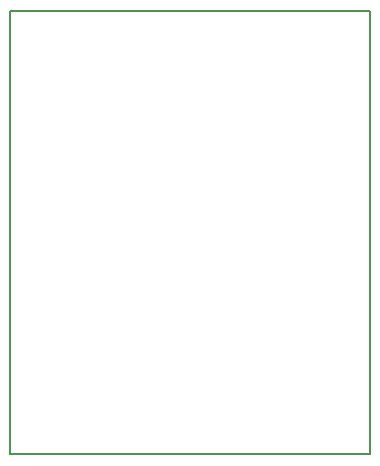
<source format=gbr>
G04 #@! TF.FileFunction,Profile,NP*
%FSLAX46Y46*%
G04 Gerber Fmt 4.6, Leading zero omitted, Abs format (unit mm)*
G04 Created by KiCad (PCBNEW 4.0.6) date 04/11/17 07:21:03*
%MOMM*%
%LPD*%
G01*
G04 APERTURE LIST*
%ADD10C,0.100000*%
%ADD11C,0.150000*%
G04 APERTURE END LIST*
D10*
D11*
X130810000Y-81915000D02*
X161290000Y-81915000D01*
X130810000Y-119380000D02*
X130810000Y-81915000D01*
X161290000Y-119380000D02*
X130810000Y-119380000D01*
X161290000Y-81915000D02*
X161290000Y-119380000D01*
M02*

</source>
